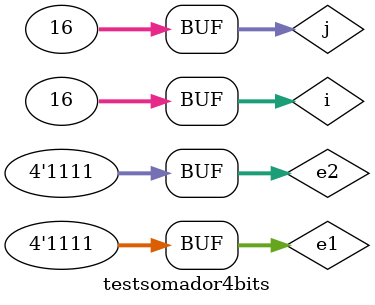
<source format=v>


module metodomeiasoma(saida,carry,e1,e2);
output saida,carry;
input e1,e2;

xor xor1 (saida,e1,e2);
and and1 (carry,e1,e2);

endmodule


module metodosomacompleta (soma,carryout,e1,e2,carryin);
output soma,carryout;
input e1,e2,carryin;
wire carry2;

metodomeiasoma MeiaSoma1 (saida,carry,e1,e2);
metodomeiasoma MeiaSoma2 (soma,carry2,saida,carryin);
or OR1 (carryout,carry2,carry);


endmodule


module metodoSomador4bits(saida,carryout,e1,e2);

output [3:0]saida;
output carryout;
input [3:0]e1,e2;
wire carryout1,carryout2,carryout3;

metodomeiasoma MEIASOMA (saida[0],carryout1,e1[0],e2[0]);
metodosomacompleta SOMACOMPLETA1 (saida[1],carryout2,e1[1],e2[1],carryout1);
metodosomacompleta SOMACOMPLETA2 (saida[2],carryout3,e1[2],e2[2],carryout2);
metodosomacompleta SOMACOMPLETA3 (saida[3],carryout,e1[3],e2[3],carryout3);

endmodule


module testsomador4bits;
reg [3:0]e1,e2;
wire [3:0]saida;
wire carry;
integer i,j;

metodoSomador4bits Somador4bits(saida,carry,e1,e2);

initial begin: start
		e1=0; e2=0;
end


	initial begin:main

		$display("Circuito Soma Completa com 4 bits ");
		#1 $display(" e1 + e2 = carry saida ");
		#1 $monitor(" %4b + %4b = %b %4b", e1,e2,carry,saida);

		for( i=0; i<=15; i = i+1 )
		begin
			e1 = i;
			for ( j=0; j<=15; j = j+1 )
			begin
				#1 e2 = j;
			end
		end

	end

endmodule


</source>
